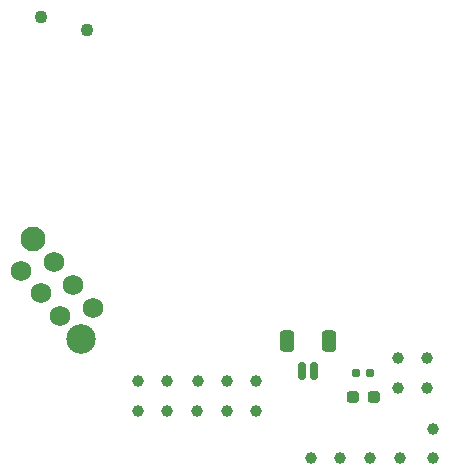
<source format=gbr>
%TF.GenerationSoftware,KiCad,Pcbnew,(7.0.0)*%
%TF.CreationDate,2023-05-27T11:40:30+01:00*%
%TF.ProjectId,right,72696768-742e-46b6-9963-61645f706362,rev?*%
%TF.SameCoordinates,Original*%
%TF.FileFunction,Soldermask,Top*%
%TF.FilePolarity,Negative*%
%FSLAX46Y46*%
G04 Gerber Fmt 4.6, Leading zero omitted, Abs format (unit mm)*
G04 Created by KiCad (PCBNEW (7.0.0)) date 2023-05-27 11:40:30*
%MOMM*%
%LPD*%
G01*
G04 APERTURE LIST*
G04 Aperture macros list*
%AMRoundRect*
0 Rectangle with rounded corners*
0 $1 Rounding radius*
0 $2 $3 $4 $5 $6 $7 $8 $9 X,Y pos of 4 corners*
0 Add a 4 corners polygon primitive as box body*
4,1,4,$2,$3,$4,$5,$6,$7,$8,$9,$2,$3,0*
0 Add four circle primitives for the rounded corners*
1,1,$1+$1,$2,$3*
1,1,$1+$1,$4,$5*
1,1,$1+$1,$6,$7*
1,1,$1+$1,$8,$9*
0 Add four rect primitives between the rounded corners*
20,1,$1+$1,$2,$3,$4,$5,0*
20,1,$1+$1,$4,$5,$6,$7,0*
20,1,$1+$1,$6,$7,$8,$9,0*
20,1,$1+$1,$8,$9,$2,$3,0*%
G04 Aperture macros list end*
%ADD10RoundRect,0.237500X0.287500X0.237500X-0.287500X0.237500X-0.287500X-0.237500X0.287500X-0.237500X0*%
%ADD11C,1.000000*%
%ADD12RoundRect,0.150000X-0.151091X-0.624737X0.148909X-0.625261X0.151091X0.624737X-0.148909X0.625261X0*%
%ADD13RoundRect,0.250000X-0.351134X-0.649388X0.348865X-0.650610X0.351134X0.649388X-0.348865X0.650610X0*%
%ADD14RoundRect,0.160000X0.197500X0.160000X-0.197500X0.160000X-0.197500X-0.160000X0.197500X-0.160000X0*%
%ADD15C,2.100000*%
%ADD16C,2.500000*%
%ADD17C,1.750000*%
%ADD18C,1.100000*%
G04 APERTURE END LIST*
D10*
%TO.C,D1*%
X61875000Y-93700000D03*
X60125000Y-93700000D03*
%TD*%
D11*
%TO.C,TP8*%
X41912115Y-92347962D03*
%TD*%
%TO.C,TP16*%
X46912115Y-94847963D03*
%TD*%
%TO.C,TP13*%
X47012115Y-92347962D03*
%TD*%
%TO.C,TP17*%
X63900000Y-92900000D03*
%TD*%
%TO.C,TP18*%
X66400000Y-92900000D03*
%TD*%
%TO.C,TP3*%
X59060237Y-98808576D03*
%TD*%
%TO.C,TP19*%
X63900000Y-90400000D03*
%TD*%
%TO.C,TP1*%
X64060236Y-98808576D03*
%TD*%
%TO.C,TP7*%
X49412115Y-92347962D03*
%TD*%
%TO.C,TP6*%
X66900000Y-98800000D03*
%TD*%
%TO.C,TP9*%
X51912115Y-92347962D03*
%TD*%
%TO.C,TP15*%
X44412115Y-94847963D03*
%TD*%
%TO.C,TP12*%
X41912115Y-94847963D03*
%TD*%
D12*
%TO.C,J6*%
X55807451Y-91470819D03*
X56807450Y-91472565D03*
D13*
X54511860Y-88943554D03*
X58111855Y-88949837D03*
%TD*%
D11*
%TO.C,TP5*%
X66900000Y-96400000D03*
%TD*%
%TO.C,TP4*%
X56560236Y-98808576D03*
%TD*%
%TO.C,TP20*%
X66400000Y-90400000D03*
%TD*%
%TO.C,TP2*%
X61560237Y-98808576D03*
%TD*%
%TO.C,TP14*%
X44412115Y-92347962D03*
%TD*%
D14*
%TO.C,R4*%
X61597500Y-91600000D03*
X60402500Y-91600000D03*
%TD*%
D15*
%TO.C,J5*%
X33061466Y-80303830D03*
D16*
X37055596Y-88770154D03*
D17*
X38100000Y-86100000D03*
X35349842Y-86807909D03*
X36433610Y-84183038D03*
X33683452Y-84890946D03*
X34767220Y-82266075D03*
X32017062Y-82973984D03*
%TD*%
D11*
%TO.C,TP11*%
X49412115Y-94847963D03*
%TD*%
%TO.C,TP10*%
X51912115Y-94847963D03*
%TD*%
D18*
%TO.C,SW1*%
X37568363Y-62615397D03*
X33721379Y-61519627D03*
%TD*%
M02*

</source>
